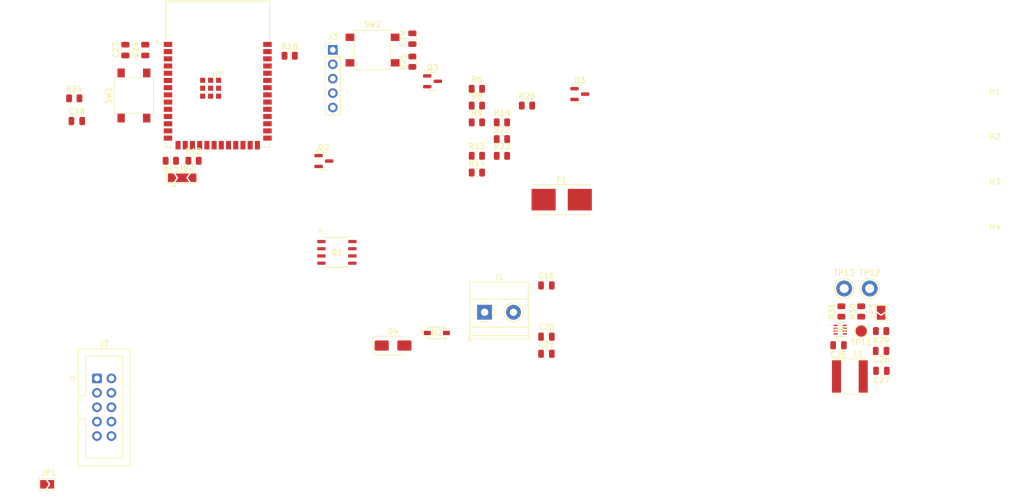
<source format=kicad_pcb>
(kicad_pcb (version 20240108) (generator "pcbnew") (generator_version "8.0")
  (layers (0 "F.Cu" signal) (31 "B.Cu" signal) (34 "B.Paste" user) (35 "F.Paste" user) (36 "B.SilkS" user "B.Silkscreen") (37 "F.SilkS" user "F.Silkscreen") (38 "B.Mask" user) (39 "F.Mask" user) (44 "Edge.Cuts" user))
  (net 0 "")
  (net 1 "GND")
  (net 2 "+BATT")
  (net 3 "/CHIP_PU")
  (net 4 "/GPIO0_STRAPPING")
  (net 5 "+3V3")
  (net 6 "Net-(U6-BST)")
  (net 7 "Net-(U6-SW)")
  (net 8 "Net-(JP3-A)")
  (net 9 "Net-(D2-A)")
  (net 10 "/VBAT_SENSE")
  (net 11 "+5V")
  (net 12 "Net-(F1-Pad2)")
  (net 13 "Net-(J1-Pin_2)")
  (net 14 "/RX")
  (net 15 "/RTS")
  (net 16 "/TX")
  (net 17 "/DTR")
  (net 18 "/MTMS")
  (net 19 "/MTCK")
  (net 20 "/MTDI")
  (net 21 "/MTDO")
  (net 23 "Net-(J7-VTref)")
  (net 24 "Net-(JP2-C)")
  (net 25 "Net-(Q2-B)")
  (net 26 "Net-(Q2-C)")
  (net 27 "Net-(Q3-C)")
  (net 28 "Net-(Q3-B)")
  (net 29 "/GPIO46_STRAPPING")
  (net 30 "/GPIO3_STRAPPING")
  (net 31 "Net-(U6-EN)")
  (net 32 "Net-(U6-RT)")
  (net 33 "Net-(U6-PG)")
  (net 34 "Net-(U6-FB)")
  (net 35 "/CAMERA_SCL")
  (net 36 "/M1_FAULT")
  (net 37 "/M2_DIR")
  (net 38 "/D-")
  (net 39 "/M1_EN")
  (net 40 "/M1_PWM")
  (net 41 "/CAMERA_MISO")
  (net 42 "/I_M_1")
  (net 43 "/GPIO16")
  (net 44 "/D+")
  (net 45 "/M2_PWM")
  (net 46 "/M2_FAULT")
  (net 47 "/CAMERA_MOSI")
  (net 48 "/GPIO18")
  (net 49 "/M2_EN")
  (net 50 "/GPIO17")
  (net 51 "/GPIO6")
  (net 52 "/GPIO5")
  (net 53 "/CAMERA_CS")
  (net 54 "/M1_DIR")
  (net 55 "/I_M_2")
  (net 56 "/CAMERA_SCK")
  (net 57 "/GPIO15")
  (net 58 "/GPIO45_STRAPPING")
  (net 59 "/CAMERA_SDA")
  (net 60 "/GPIO7")
  (footprint "Package_TO_SOT_SMD:SOT-23" (layer "F.Cu") (at 133.48 85.755)
    (property "Reference" "D3" (at 0 -2.4 0) (layer "F.SilkS"))
    (property "Value" "BAT54S")
    (fp_line (start 0 -1.56) (end -0.65 -1.56) (stroke (width 0.12)) (layer "F.SilkS"))
    (fp_line (start 0 -1.56) (end 0.65 -1.56) (stroke (width 0.12)) (layer "F.SilkS"))
    (fp_line (start 0 1.56) (end -0.65 1.56) (stroke (width 0.12)) (layer "F.SilkS"))
    (fp_line (start 0 1.56) (end 0.65 1.56) (stroke (width 0.12)) (layer "F.SilkS"))
    (fp_poly (pts (xy -1.1625 -1.51) (xy -1.4025 -1.84) (xy -0.9225 -1.84) (xy -1.1625 -1.51)) (stroke (width 0.12)) (fill solid) (layer "F.SilkS"))
    (pad "1" smd roundrect (at -0.9375 -0.95) (size 1.475 0.6) (layers "F.Cu" "F.Paste" "F.Mask") (net 1 "GND"))
    (pad "2" smd roundrect (at -0.9375 0.95) (size 1.475 0.6) (layers "F.Cu" "F.Paste" "F.Mask") (net 5 "+3V3"))
    (pad "3" smd roundrect (at 0.9375 0) (size 1.475 0.6) (layers "F.Cu" "F.Paste" "F.Mask") (net 10 "/VBAT_SENSE"))
  )
  (footprint "Jumper:SolderJumper-3_P2.0mm_Open_TrianglePad1.0x1.5mm" (layer "F.Cu") (at 63.5 100.5)
    (property "Reference" "JP2" (at 0.725 -1.775 0) (layer "F.SilkS"))
    (property "Value" "SolderJumper_3_Open")
    (fp_line (start -2.75 -1) (end 2.75 -1) (stroke (width 0.12)) (layer "F.SilkS"))
    (fp_line (start -2.75 0.95) (end -2.75 -1) (stroke (width 0.12)) (layer "F.SilkS"))
    (fp_line (start -1.7 1.5) (end -1.1 1.5) (stroke (width 0.12)) (layer "F.SilkS"))
    (fp_line (start -1.4 1.2) (end -1.7 1.5) (stroke (width 0.12)) (layer "F.SilkS"))
    (fp_line (start -1.1 1.5) (end -1.4 1.2) (stroke (width 0.12)) (layer "F.SilkS"))
    (fp_line (start 2.75 -1) (end 2.75 0.95) (stroke (width 0.12)) (layer "F.SilkS"))
    (fp_line (start 2.75 0.95) (end -2.75 0.95) (stroke (width 0.12)) (layer "F.SilkS"))
    (pad "1" smd custom (at -2 0) (size 0.3 0.3) (layers "F.Cu" "F.Mask") (net 1 "GND") (options (clearance outline) (anchor rect)) (primitives (gr_poly (pts (xy 1 0) (xy 0.5 0.75) (xy -0.5 0.75) (xy -0.5 -0.75) (xy 0.5 -0.75)) (width 0) (fill yes))))
    (pad "2" smd custom (at 0 0) (size 0.3 0.3) (layers "F.Cu") (net 24 "Net-(JP2-C)") (options (clearance outline) (anchor rect)) (primitives (gr_poly (pts (xy 0.7 0) (xy 1.2 0.75) (xy -1.2 0.75) (xy -0.7 0) (xy -1.2 -0.75) (xy 1.2 -0.75)) (width 0) (fill yes))))
    (pad "3" smd custom (at 2 0 180) (size 0.3 0.3) (layers "F.Cu" "F.Mask") (net 5 "+3V3") (options (clearance outline) (anchor rect)) (primitives (gr_poly (pts (xy 1 0) (xy 0.5 0.75) (xy -0.5 0.75) (xy -0.5 -0.75) (xy 0.5 -0.75)) (width 0) (fill yes))))
  )
  (footprint "Inductor_SMD:L_Taiyo-Yuden_NR-60xx" (layer "F.Cu") (at 181 135.5)
    (property "Reference" "L1" (at 1.5 -4 0) (layer "F.SilkS"))
    (property "Value" "4.7u")
    (fp_line (start -3.15 -3.1) (end 3.15 -3.1) (stroke (width 0.12)) (layer "F.SilkS"))
    (fp_line (start -3.15 3.1) (end 3.15 3.1) (stroke (width 0.12)) (layer "F.SilkS"))
    (pad "1" smd rect (at -2.35 0) (size 1.6 5.7) (layers "F.Cu" "F.Paste" "F.Mask") (net 7 "Net-(U6-SW)"))
    (pad "2" smd rect (at 2.35 0) (size 1.6 5.7) (layers "F.Cu" "F.Paste" "F.Mask") (net 8 "Net-(JP3-A)"))
  )
  (footprint "Connector_PinHeader_2.54mm:PinHeader_1x05_P2.54mm_Vertical" (layer "F.Cu") (at 90 77.96)
    (property "Reference" "J3" (at 0 -2.33 360) (layer "F.SilkS"))
    (property "Value" "Conn_01x05_Female")
    (fp_line (start -1.33 -1.33) (end 0 -1.33) (stroke (width 0.12)) (layer "F.SilkS"))
    (fp_line (start -1.33 0) (end -1.33 -1.33) (stroke (width 0.12)) (layer "F.SilkS"))
    (fp_line (start -1.33 1.27) (end -1.33 11.49) (stroke (width 0.12)) (layer "F.SilkS"))
    (fp_line (start -1.33 1.27) (end 1.33 1.27) (stroke (width 0.12)) (layer "F.SilkS"))
    (fp_line (start -1.33 11.49) (end 1.33 11.49) (stroke (width 0.12)) (layer "F.SilkS"))
    (fp_line (start 1.33 1.27) (end 1.33 11.49) (stroke (width 0.12)) (layer "F.SilkS"))
    (pad "1" thru_hole rect (at 0 0) (size 1.7 1.7) (drill 1) (layers "*.Cu" "*.Mask") (net 15 "/RTS"))
    (pad "2" thru_hole oval (at 0 2.54) (size 1.7 1.7) (drill 1) (layers "*.Cu" "*.Mask") (net 17 "/DTR"))
    (pad "3" thru_hole oval (at 0 5.08) (size 1.7 1.7) (drill 1) (layers "*.Cu" "*.Mask") (net 16 "/TX"))
    (pad "4" thru_hole oval (at 0 7.62) (size 1.7 1.7) (drill 1) (layers "*.Cu" "*.Mask") (net 14 "/RX"))
    (pad "5" thru_hole oval (at 0 10.16) (size 1.7 1.7) (drill 1) (layers "*.Cu" "*.Mask") (net 1 "GND"))
  )
  (footprint "Capacitor_SMD:C_0805_2012Metric" (layer "F.Cu") (at 57 78 90)
    (property "Reference" "C24" (at 0 -1.68 -90) (layer "F.SilkS"))
    (property "Value" "100n")
    (fp_line (start -0.261252 -0.735) (end 0.261252 -0.735) (stroke (width 0.12)) (layer "F.SilkS"))
    (fp_line (start -0.261252 0.735) (end 0.261252 0.735) (stroke (width 0.12)) (layer "F.SilkS"))
    (pad "1" smd roundrect (at -0.95 0 90) (size 1 1.45) (layers "F.Cu" "F.Paste" "F.Mask") (net 5 "+3V3"))
    (pad "2" smd roundrect (at 0.95 0 90) (size 1 1.45) (layers "F.Cu" "F.Paste" "F.Mask") (net 1 "GND"))
  )
  (footprint "Resistor_SMD:R_0805_2012Metric" (layer "F.Cu") (at 104 80.05 90)
    (property "Reference" "R25" (at 0 -1.65 -90) (layer "F.SilkS"))
    (property "Value" "100k")
    (fp_line (start -0.227064 -0.735) (end 0.227064 -0.735) (stroke (width 0.12)) (layer "F.SilkS"))
    (fp_line (start -0.227064 0.735) (end 0.227064 0.735) (stroke (width 0.12)) (layer "F.SilkS"))
    (pad "1" smd roundrect (at -0.9125 0 90) (size 1.025 1.4) (layers "F.Cu" "F.Paste" "F.Mask") (roundrect_rratio 0.243902) (net 5 "+3V3"))
    (pad "2" smd roundrect (at 0.9125 0 90) (size 1.025 1.4) (layers "F.Cu" "F.Paste" "F.Mask") (roundrect_rratio 0.243902) (net 4 "/GPIO0_STRAPPING"))
  )
  (footprint "Package_TO_SOT_SMD:SOT-23" (layer "F.Cu") (at 107.5625 83.5)
    (property "Reference" "Q3" (at 0 -2.4 0) (layer "F.SilkS"))
    (property "Value" "SS8050-G")
    (fp_line (start 0 -1.56) (end -0.65 -1.56) (stroke (width 0.12)) (layer "F.SilkS"))
    (fp_line (start 0 -1.56) (end 0.65 -1.56) (stroke (width 0.12)) (layer "F.SilkS"))
    (fp_line (start 0 1.56) (end -0.65 1.56) (stroke (width 0.12)) (layer "F.SilkS"))
    (fp_line (start 0 1.56) (end 0.65 1.56) (stroke (width 0.12)) (layer "F.SilkS"))
    (fp_poly (pts (xy -1.1625 -1.51) (xy -1.4025 -1.84) (xy -0.9225 -1.84) (xy -1.1625 -1.51)) (stroke (width 0.12)) (fill solid) (layer "F.SilkS"))
    (pad "1" smd roundrect (at -0.9375 -0.95) (size 1.475 0.6) (layers "F.Cu" "F.Paste" "F.Mask") (net 28 "Net-(Q3-B)"))
    (pad "2" smd roundrect (at -0.9375 0.95) (size 1.475 0.6) (layers "F.Cu" "F.Paste" "F.Mask") (net 17 "/DTR"))
    (pad "3" smd roundrect (at 0.9375 0) (size 1.475 0.6) (layers "F.Cu" "F.Paste" "F.Mask") (net 27 "Net-(Q3-C)"))
  )
  (footprint "Capacitor_SMD:C_0805_2012Metric" (layer "F.Cu") (at 127.6 131.5)
    (property "Reference" "C21" (at 0 -1.68 0) (layer "F.SilkS"))
    (property "Value" "100n")
    (fp_line (start -0.261252 -0.735) (end 0.261252 -0.735) (stroke (width 0.12)) (layer "F.SilkS"))
    (fp_line (start -0.261252 0.735) (end 0.261252 0.735) (stroke (width 0.12)) (layer "F.SilkS"))
    (pad "1" smd roundrect (at -0.95 0) (size 1 1.45) (layers "F.Cu" "F.Paste" "F.Mask") (net 2 "+BATT"))
    (pad "2" smd roundrect (at 0.95 0) (size 1 1.45) (layers "F.Cu" "F.Paste" "F.Mask") (net 1 "GND"))
  )
  (footprint "TerminalBlock_Phoenix:TerminalBlock_Phoenix_MKDS-1,5-2-5.08_1x02_P5.08mm_Horizontal" (layer "F.Cu") (at 116.72 124.19)
    (property "Reference" "J1" (at 2.54 -6.26 0) (layer "F.SilkS"))
    (property "Value" "Screw_Terminal_01x02")
    (fp_line (start -2.84 4.16) (end -2.84 4.9) (stroke (width 0.12)) (layer "F.SilkS"))
    (fp_line (start -2.84 4.9) (end -2.34 4.9) (stroke (width 0.12)) (layer "F.SilkS"))
    (fp_line (start -2.6 -5.261) (end -2.6 4.66) (stroke (width 0.12)) (layer "F.SilkS"))
    (fp_line (start -2.6 -5.261) (end 7.68 -5.261) (stroke (width 0.12)) (layer "F.SilkS"))
    (fp_line (start -2.6 -2.301) (end 7.68 -2.301) (stroke (width 0.12)) (layer "F.SilkS"))
    (fp_line (start -2.6 2.6) (end 7.68 2.6) (stroke (width 0.12)) (layer "F.SilkS"))
    (fp_line (start -2.6 4.1) (end 7.68 4.1) (stroke (width 0.12)) (layer "F.SilkS"))
    (fp_line (start -2.6 4.66) (end 7.68 4.66) (stroke (width 0.12)) (layer "F.SilkS"))
    (fp_line (start 3.853 1.023) (end 3.806 1.069) (stroke (width 0.12)) (layer "F.SilkS"))
    (fp_line (start 4.046 1.239) (end 4.011 1.274) (stroke (width 0.12)) (layer "F.SilkS"))
    (fp_line (start 6.15 -1.275) (end 6.115 -1.239) (stroke (width 0.12)) (layer "F.SilkS"))
    (fp_line (start 6.355 -1.069) (end 6.308 -1.023) (stroke (width 0.12)) (layer "F.SilkS"))
    (fp_line (start 7.68 -5.261) (end 7.68 4.66) (stroke (width 0.12)) (layer "F.SilkS"))
    (fp_arc (start -1.535427 0.683042) (mid -1.680501 -0.000524) (end -1.535 -0.684) (stroke (width 0.12)) (layer "F.SilkS"))
    (fp_arc (start -0.683042 -1.535427) (mid 0.000524 -1.680501) (end 0.684 -1.535) (stroke (width 0.12)) (layer "F.SilkS"))
    (fp_arc (start 0.028805 1.680253) (mid -0.335551 1.646659) (end -0.684 1.535) (stroke (width 0.12)) (layer "F.SilkS"))
    (fp_arc (start 0.683318 1.534756) (mid 0.349292 1.643288) (end 0 1.68) (stroke (width 0.12)) (layer "F.SilkS"))
    (fp_arc (start 1.535427 -0.683042) (mid 1.680501 0.000524) (end 1.535 0.684) (stroke (width 0.12)) (layer "F.SilkS"))
    (fp_circle (center 5.08 0) (end 6.76 0) (stroke (width 0.12)) (fill none) (layer "F.SilkS"))
    (pad "1" thru_hole rect (at 0 0) (size 2.6 2.6) (drill 1.3) (layers "*.Cu" "*.Mask") (net 1 "GND"))
    (pad "2" thru_hole circle (at 5.08 0) (size 2.6 2.6) (drill 1.3) (layers "*.Cu" "*.Mask") (net 13 "Net-(J1-Pin_2)"))
  )
  (footprint "Jumper:SolderJumper-2_P1.3mm_Open_TrianglePad1.0x1.5mm" (layer "F.Cu") (at 186.5 124.275 -90)
    (property "Reference" "JP3" (at -0.225 1.5 90) (layer "F.SilkS"))
    (property "Value" "SolderJumper_2_Open")
    (fp_line (start -1.4 1) (end -1.4 -1) (stroke (width 0.12)) (layer "F.SilkS"))
    (fp_line (start 1.4 1) (end -1.4 1) (stroke (width 0.12)) (layer "F.SilkS"))
    (fp_line (start -1.4 -1) (end 1.4 -1) (stroke (width 0.12)) (layer "F.SilkS"))
    (fp_line (start 1.4 -1) (end 1.4 1) (stroke (width 0.12)) (layer "F.SilkS"))
    (pad "1" smd custom (at -0.725 0 270) (size 0.3 0.3) (layers "F.Cu" "F.Mask") (net 8 "Net-(JP3-A)") (options (clearance outline) (anchor rect)) (primitives (gr_poly (pts (xy 1 0) (xy 0.5 0.75) (xy -0.5 0.75) (xy -0.5 -0.75) (xy 0.5 -0.75)) (width 0) (fill yes))))
    (pad "2" smd custom (at 0.725 0 270) (size 0.3 0.3) (layers "F.Cu" "F.Mask") (net 5 "+3V3") (options (clearance outline) (anchor rect)) (primitives (gr_poly (pts (xy 0.5 0.75) (xy -0.65 0.75) (xy -0.15 0) (xy -0.65 -0.75) (xy 0.5 -0.75)) (width 0) (fill yes))))
  )
  (footprint "Resistor_SMD:R_0805_2012Metric" (layer "F.Cu") (at 115.36 96.63)
    (property "Reference" "R13" (at 0 -1.65 0) (layer "F.SilkS"))
    (property "Value" "10k")
    (fp_line (start -0.227064 -0.735) (end 0.227064 -0.735) (stroke (width 0.12)) (layer "F.SilkS"))
    (fp_line (start -0.227064 0.735) (end 0.227064 0.735) (stroke (width 0.12)) (layer "F.SilkS"))
    (pad "1" smd roundrect (at -0.9125 0) (size 1.025 1.4) (layers "F.Cu" "F.Paste" "F.Mask") (roundrect_rratio 0.243902) (net 17 "/DTR"))
    (pad "2" smd roundrect (at 0.9125 0) (size 1.025 1.4) (layers "F.Cu" "F.Paste" "F.Mask") (roundrect_rratio 0.243902) (net 25 "Net-(Q2-B)"))
  )
  (footprint "Connector_IDC:IDC-Header_2x05_P2.54mm_Vertical" (layer "F.Cu") (at 48.5 135.84)
    (property "Reference" "J7" (at 1.27 -6.1 0) (layer "F.SilkS"))
    (property "Value" "Conn_ARM_JTAG_SWD_10")
    (fp_line (start -4.68 -0.5) (end -4.68 0.5) (stroke (width 0.12)) (layer "F.SilkS"))
    (fp_line (start -4.68 0.5) (end -3.68 0) (stroke (width 0.12)) (layer "F.SilkS"))
    (fp_line (start -3.68 0) (end -4.68 -0.5) (stroke (width 0.12)) (layer "F.SilkS"))
    (fp_line (start -3.29 -5.21) (end 5.83 -5.21) (stroke (width 0.12)) (layer "F.SilkS"))
    (fp_line (start -3.29 3.03) (end -1.98 3.03) (stroke (width 0.12)) (layer "F.SilkS"))
    (fp_line (start -3.29 15.37) (end -3.29 -5.21) (stroke (width 0.12)) (layer "F.SilkS"))
    (fp_line (start -1.98 -3.91) (end 4.52 -3.91) (stroke (width 0.12)) (layer "F.SilkS"))
    (fp_line (start -1.98 3.03) (end -1.98 -3.91) (stroke (width 0.12)) (layer "F.SilkS"))
    (fp_line (start -1.98 7.13) (end -3.29 7.13) (stroke (width 0.12)) (layer "F.SilkS"))
    (fp_line (start -1.98 7.13) (end -1.98 7.13) (stroke (width 0.12)) (layer "F.SilkS"))
    (fp_line (start -1.98 14.07) (end -1.98 7.13) (stroke (width 0.12)) (layer "F.SilkS"))
    (fp_line (start 4.52 -3.91) (end 4.52 14.07) (stroke (width 0.12)) (layer "F.SilkS"))
    (fp_line (start 4.52 14.07) (end -1.98 14.07) (stroke (width 0.12)) (layer "F.SilkS"))
    (fp_line (start 5.83 -5.21) (end 5.83 15.37) (stroke (width 0.12)) (layer "F.SilkS"))
    (fp_line (start 5.83 15.37) (end -3.29 15.37) (stroke (width 0.12)) (layer "F.SilkS"))
    (pad "1" thru_hole roundrect (at 0 0) (size 1.7 1.7) (drill 1) (layers "*.Cu" "*.Mask") (roundrect_rratio 0.147059) (net 23 "Net-(J7-VTref)"))
    (pad "2" thru_hole circle (at 2.54 0) (size 1.7 1.7) (drill 1) (layers "*.Cu" "*.Mask") (net 18 "/MTMS"))
    (pad "3" thru_hole circle (at 0 2.54) (size 1.7 1.7) (drill 1) (layers "*.Cu" "*.Mask") (net 1 "GND"))
    (pad "4" thru_hole circle (at 2.54 2.54) (size 1.7 1.7) (drill 1) (layers "*.Cu" "*.Mask") (net 19 "/MTCK"))
    (pad "5" thru_hole circle (at 0 5.08) (size 1.7 1.7) (drill 1) (layers "*.Cu" "*.Mask") (net 1 "GND"))
    (pad "6" thru_hole circle (at 2.54 5.08) (size 1.7 1.7) (drill 1) (layers "*.Cu" "*.Mask") (net 21 "/MTDO"))
    (pad "7" thru_hole circle (at 0 7.62) (size 1.7 1.7) (drill 1) (layers "*.Cu" "*.Mask"))
    (pad "8" thru_hole circle (at 2.54 7.62) (size 1.7 1.7) (drill 1) (layers "*.Cu" "*.Mask") (net 20 "/MTDI"))
    (pad "9" thru_hole circle (at 0 10.16) (size 1.7 1.7) (drill 1) (layers "*.Cu" "*.Mask") (net 1 "GND"))
    (pad "10" thru_hole circle (at 2.54 10.16) (size 1.7 1.7) (drill 1) (layers "*.Cu" "*.Mask") (net 3 "/CHIP_PU"))
  )
  (footprint "Button_Switch_SMD:SW_SPST_B3S-1000" (layer "F.Cu") (at 97 78)
    (property "Reference" "SW2" (at 0 -4.5 0) (layer "F.SilkS"))
    (property "Value" "SW_Push")
    (fp_line (start -3.15 -3.45) (end 3.15 -3.45) (stroke (width 0.12)) (layer "F.SilkS"))
    (fp_line (start -3.15 -3.2) (end -3.15 -3.45) (stroke (width 0.12)) (layer "F.SilkS"))
    (fp_line (start -3.15 1.3) (end -3.15 -1.3) (stroke (width 0.12)) (layer "F.SilkS"))
    (fp_line (start -3.15 3.45) (end -3.15 3.2) (stroke (width 0.12)) (layer "F.SilkS"))
    (fp_line (start 3.15 -3.45) (end 3.15 -3.2) (stroke (width 0.12)) (layer "F.SilkS"))
    (fp_line (start 3.15 -1.3) (end 3.15 1.3) (stroke (width 0.12)) (layer "F.SilkS"))
    (fp_line (start 3.15 3.2) (end 3.15 3.45) (stroke (width 0.12)) (layer "F.SilkS"))
    (fp_line (start 3.15 3.45) (end -3.15 3.45) (stroke (width 0.12)) (layer "F.SilkS"))
    (pad "1" smd rect (at -3.975 -2.25) (size 1.55 1.3) (layers "F.Cu" "F.Paste" "F.Mask") (net 1 "GND"))
    (pad "1" smd rect (at 3.975 -2.25) (size 1.55 1.3) (layers "F.Cu" "F.Paste" "F.Mask") (net 1 "GND"))
    (pad "2" smd rect (at -3.975 2.25) (size 1.55 1.3) (layers "F.Cu" "F.Paste" "F.Mask") (net 4 "/GPIO0_STRAPPING"))
    (pad "2" smd rect (at 3.975 2.25) (size 1.55 1.3) (layers "F.Cu" "F.Paste" "F.Mask") (net 4 "/GPIO0_STRAPPING"))
  )
  (footprint "Capacitor_SMD:C_0805_2012Metric" (layer "F.Cu") (at 53.5 78 90)
    (property "Reference" "C23" (at 0 -1.68 -90) (layer "F.SilkS"))
    (property "Value" "10u")
    (fp_line (start -0.261252 -0.735) (end 0.261252 -0.735) (stroke (width 0.12)) (layer "F.SilkS"))
    (fp_line (start -0.261252 0.735) (end 0.261252 0.735) (stroke (width 0.12)) (layer "F.SilkS"))
    (pad "1" smd roundrect (at -0.95 0 90) (size 1 1.45) (layers "F.Cu" "F.Paste" "F.Mask") (net 5 "+3V3"))
    (pad "2" smd roundrect (at 0.95 0 90) (size 1 1.45) (layers "F.Cu" "F.Paste" "F.Mask") (net 1 "GND"))
  )
  (footprint "Resistor_SMD:R_0805_2012Metric" (layer "F.Cu") (at 115.36 84.83)
    (property "Reference" "R6" (at 0 -1.65 0) (layer "F.SilkS"))
    (property "Value" "100k")
    (fp_line (start -0.227064 -0.735) (end 0.227064 -0.735) (stroke (width 0.12)) (layer "F.SilkS"))
    (fp_line (start -0.227064 0.735) (end 0.227064 0.735) (stroke (width 0.12)) (layer "F.SilkS"))
    (pad "1" smd roundrect (at -0.9125 0) (size 1.025 1.4) (layers "F.Cu" "F.Paste" "F.Mask") (roundrect_rratio 0.243902) (net 9 "Net-(D2-A)"))
    (pad "2" smd roundrect (at 0.9125 0) (size 1.025 1.4) (layers "F.Cu" "F.Paste" "F.Mask") (roundrect_rratio 0.243902) (net 1 "GND"))
  )
  (footprint "Capacitor_SMD:C_0805_2012Metric" (layer "F.Cu") (at 127.6 119.46)
    (property "Reference" "C16" (at 0 -1.68 0) (layer "F.SilkS"))
    (property "Value" "10u")
    (fp_line (start -0.261252 -0.735) (end 0.261252 -0.735) (stroke (width 0.12)) (layer "F.SilkS"))
    (fp_line (start -0.261252 0.735) (end 0.261252 0.735) (stroke (width 0.12)) (layer "F.SilkS"))
    (pad "1" smd roundrect (at -0.95 0) (size 1 1.45) (layers "F.Cu" "F.Paste" "F.Mask") (net 2 "+BATT"))
    (pad "2" smd roundrect (at 0.95 0) (size 1 1.45) (layers "F.Cu" "F.Paste" "F.Mask") (net 1 "GND"))
  )
  (footprint "local_footprints:SOD-123_ONS" (layer "F.Cu") (at 108.3212 127.8369)
    (property "Reference" "D2" (at 0 0 0) (layer "F.SilkS"))
    (property "Value" "D_Zener")
    (fp_line (start -1.5494 -1.0287) (end -1.5494 -0.71374) (stroke (width 0.1524)) (layer "F.SilkS"))
    (fp_line (start -1.5494 0.71374) (end -1.5494 1.0287) (stroke (width 0.1524)) (layer "F.SilkS"))
    (fp_line (start -1.5494 1.0287) (end 1.5494 1.0287) (stroke (width 0.1524)) (layer "F.SilkS"))
    (fp_line (start 1.5494 -1.0287) (end -1.5494 -1.0287) (stroke (width 0.1524)) (layer "F.SilkS"))
    (fp_line (start 1.5494 -0.71374) (end 1.5494 -1.0287) (stroke (width 0.1524)) (layer "F.SilkS"))
    (fp_line (start 1.5494 1.0287) (end 1.5494 0.71374) (stroke (width 0.1524)) (layer "F.SilkS"))
    (fp_text user "*" (at -2.667 0 0) (layer "F.SilkS"))
    (fp_text user "*" (at -2.667 0 0) (layer "F.SilkS"))
    (pad "1" smd rect (at -1.6764 0) (size 1.2192 0.762) (layers "F.Cu" "F.Paste" "F.Mask") (net 2 "+BATT"))
    (pad "2" smd rect (at 1.6764 0) (size 1.2192 0.762) (layers "F.Cu" "F.Paste" "F.Mask") (net 9 "Net-(D2-A)"))
  )
  (footprint "Capacitor_SMD:C_0805_2012Metric" (layer "F.Cu") (at 44.95 90.5)
    (property "Reference" "C18" (at 0 -1.68 0) (layer "F.SilkS"))
    (property "Value" "1u")
    (fp_line (start -0.261252 -0.735) (end 0.261252 -0.735) (stroke (width 0.12)) (layer "F.SilkS"))
    (fp_line (start -0.261252 0.735) (end 0.261252 0.735) (stroke (width 0.12)) (layer "F.SilkS"))
    (pad "1" smd roundrect (at -0.95 0) (size 1 1.45) (layers "F.Cu" "F.Paste" "F.Mask") (net 3 "/CHIP_PU"))
    (pad "2" smd roundrect (at 0.95 0) (size 1 1.45) (layers "F.Cu" "F.Paste" "F.Mask") (net 1 "GND"))
  )
  (footprint "Resistor_SMD:R_0805_2012Metric" (layer "F.Cu") (at 124.18 87.78)
    (property "Reference" "R26" (at 0 -1.65 0) (layer "F.SilkS"))
    (property "Value" "DNP")
    (fp_line (start -0.227064 -0.735) (end 0.227064 -0.735) (stroke (width 0.12)) (layer "F.SilkS"))
    (fp_line (start -0.227064 0.735) (end 0.227064 0.735) (stroke (width 0.12)) (layer "F.SilkS"))
    (pad "1" smd roundrect (at -0.9125 0) (size 1.025 1.4) (layers "F.Cu" "F.Paste" "F.Mask") (roundrect_rratio 0.243902) (net 1 "GND"))
    (pad "2" smd roundrect (at 0.9125 0) (size 1.025 1.4) (layers "F.Cu" "F.Paste" "F.Mask") (roundrect_rratio 0.243902) (net 32 "Net-(U6-RT)"))
  )
  (footprint "Diode_SMD:D_SMA" (layer "F.Cu") (at 100.605 130.05)
    (property "Reference" "D4" (at 0 -2.5 0) (layer "F.SilkS"))
    (property "Value" "D_Schottky")
    (fp_line (start -3.51 -1.65) (end -3.51 1.65) (stroke (width 0.12)) (layer "F.SilkS"))
    (fp_line (start -3.51 -1.65) (end 2 -1.65) (stroke (width 0.12)) (layer "F.SilkS"))
    (fp_line (start -3.51 1.65) (end 2 1.65) (stroke (width 0.12)) (layer "F.SilkS"))
    (pad "1" smd roundrect (at -2 0) (size 2.5 1.8) (layers "F.Cu" "F.Paste" "F.Mask") (roundrect_rratio 0.1388888889) (net 2 "+BATT"))
    (pad "2" smd roundrect (at 2 0) (size 2.5 1.8) (layers "F.Cu" "F.Paste" "F.Mask") (roundrect_rratio 0.1388888889) (net 11 "+5V"))
  )
  (footprint "Resistor_SMD:R_0805_2012Metric" (layer "F.Cu") (at 119.77 96.63)
    (property "Reference" "R23" (at 0 -1.65 0) (layer "F.SilkS"))
    (property "Value" "DNP")
    (fp_line (start -0.227064 -0.735) (end 0.227064 -0.735) (stroke (width 0.12)) (layer "F.SilkS"))
    (fp_line (start -0.227064 0.735) (end 0.227064 0.735) (stroke (width 0.12)) (layer "F.SilkS"))
    (pad "1" smd roundrect (at -0.9125 0) (size 1.025 1.4) (layers "F.Cu" "F.Paste" "F.Mask") (roundrect_rratio 0.243902) (net 31 "Net-(U6-EN)"))
    (pad "2" smd roundrect (at 0.9125 0) (size 1.025 1.4) (layers "F.Cu" "F.Paste" "F.Mask") (roundrect_rratio 0.243902) (net 1 "GND"))
  )
  (footprint "Resistor_SMD:R_0805_2012Metric" (layer "F.Cu") (at 115.36 99.58)
    (property "Reference" "R14" (at 0 -1.65 0) (layer "F.SilkS"))
    (property "Value" "10k")
    (fp_line (start -0.227064 -0.735) (end 0.227064 -0.735) (stroke (width 0.12)) (layer "F.SilkS"))
    (fp_line (start -0.227064 0.735) (end 0.227064 0.735) (stroke (width 0.12)) (layer "F.SilkS"))
    (pad "1" smd roundrect (at -0.9125 0) (size 1.025 1.4) (layers "F.Cu" "F.Paste" "F.Mask") (roundrect_rratio 0.243902) (net 15 "/RTS"))
    (pad "2" smd roundrect (at 0.9125 0) (size 1.025 1.4) (layers "F.Cu" "F.Paste" "F.Mask") (roundrect_rratio 0.243902) (net 28 "Net-(Q3-B)"))
  )
  (footprint "Resistor_SMD:R_0805_2012Metric" (layer "F.Cu") (at 115.36 90.73)
    (property "Reference" "R9" (at 0 -1.65 0) (layer "F.SilkS"))
    (property "Value" "10k")
    (fp_line (start -0.227064 -0.735) (end 0.227064 -0.735) (stroke (width 0.12)) (layer "F.SilkS"))
    (fp_line (start -0.227064 0.735) (end 0.227064 0.735) (stroke (width 0.12)) (layer "F.SilkS"))
    (pad "1" smd roundrect (at -0.9125 0) (size 1.025 1.4) (layers "F.Cu" "F.Paste" "F.Mask") (roundrect_rratio 0.243902) (net 10 "/VBAT_SENSE"))
    (pad "2" smd roundrect (at 0.9125 0) (size 1.025 1.4) (layers "F.Cu" "F.Paste" "F.Mask") (roundrect_rratio 0.243902) (net 1 "GND"))
  )
  (footprint "Capacitor_SMD:C_0805_2012Metric" (layer "F.Cu") (at 179 130 180)
    (property "Reference" "C25" (at 0 -1.68 180) (layer "F.SilkS"))
    (property "Value" "100n")
    (fp_line (start -0.261252 0.735) (end 0.261252 0.735) (stroke (width 0.12)) (layer "F.SilkS"))
    (fp_line (start -0.261252 -0.735) (end 0.261252 -0.735) (stroke (width 0.12)) (layer "F.SilkS"))
    (pad "1" smd roundrect (at -0.95 0 180) (size 1 1.45) (layers "F.Cu" "F.Paste" "F.Mask") (net 6 "Net-(U6-BST)"))
    (pad "2" smd roundrect (at 0.95 0 180) (size 1 1.45) (layers "F.Cu" "F.Paste" "F.Mask") (net 7 "Net-(U6-SW)"))
  )
  (footprint "Button_Switch_SMD:SW_SPST_B3S-1000" (layer "F.Cu") (at 55 86 90)
    (property "Reference" "SW1" (at 0 -4.5 -90) (layer "F.SilkS"))
    (property "Value" "SW_Push")
    (fp_line (start 3.15 -3.45) (end 3.15 -3.2) (stroke (width 0.12)) (layer "F.SilkS"))
    (fp_line (start -3.15 -3.45) (end 3.15 -3.45) (stroke (width 0.12)) (layer "F.SilkS"))
    (fp_line (start -3.15 -3.2) (end -3.15 -3.45) (stroke (width 0.12)) (layer "F.SilkS"))
    (fp_line (start 3.15 -1.3) (end 3.15 1.3) (stroke (width 0.12)) (layer "F.SilkS"))
    (fp_line (start -3.15 1.3) (end -3.15 -1.3) (stroke (width 0.12)) (layer "F.SilkS"))
    (fp_line (start 3.15 3.2) (end 3.15 3.45) (stroke (width 0.12)) (layer "F.SilkS"))
    (fp_line (start 3.15 3.45) (end -3.15 3.45) (stroke (width 0.12)) (layer "F.SilkS"))
    (fp_line (start -3.15 3.45) (end -3.15 3.2) (stroke (width 0.12)) (layer "F.SilkS"))
    (pad "1" smd rect (at -3.975 -2.25 90) (size 1.55 1.3) (layers "F.Cu" "F.Paste" "F.Mask") (net 1 "GND"))
    (pad "1" smd rect (at 3.975 -2.25 90) (size 1.55 1.3) (layers "F.Cu" "F.Paste" "F.Mask") (net 1 "GND"))
    (pad "2" smd rect (at -3.975 2.25 90) (size 1.55 1.3) (layers "F.Cu" "F.Paste" "F.Mask") (net 3 "/CHIP_PU"))
    (pad "2" smd rect (at 3.975 2.25 90) (size 1.55 1.3) (layers "F.Cu" "F.Paste" "F.Mask") (net 3 "/CHIP_PU"))
  )
  (footprint "Resistor_SMD:R_0805_2012Metric" (layer "F.Cu") (at 119.77 90.73)
    (property "Reference" "R19" (at 0 -1.65 0) (layer "F.SilkS"))
    (property "Value" "10k")
    (fp_line (start -0.227064 -0.735) (end 0.227064 -0.735) (stroke (width 0.12)) (layer "F.SilkS"))
    (fp_line (start -0.227064 0.735) (end 0.227064 0.735) (stroke (width 0.12)) (layer "F.SilkS"))
    (pad "1" smd roundrect (at -0.9125 0) (size 1.025 1.4) (layers "F.Cu" "F.Paste" "F.Mask") (roundrect_rratio 0.243902) (net 27 "Net-(Q3-C)"))
    (pad "2" smd roundrect (at 0.9125 0) (size 1.025 1.4) (layers "F.Cu" "F.Paste" "F.Mask") (roundrect_rratio 0.243902) (net 4 "/GPIO0_STRAPPING"))
  )
  (footprint "Capacitor_SMD:C_0805_2012Metric" (layer "F.Cu") (at 186.5 131)
    (property "Reference" "C26" (at 0.05 1.5 360) (layer "F.SilkS"))
    (property "Value" "33u")
    (fp_line (start -0.261252 -0.735) (end 0.261252 -0.735) (stroke (width 0.12)) (layer "F.SilkS"))
    (fp_line (start -0.261252 0.735) (end 0.261252 0.735) (stroke (width 0.12)) (layer "F.SilkS"))
    (pad "1" smd roundrect (at -0.95 0) (size 1 1.45) (layers "F.Cu" "F.Paste" "F.Mask") (net 8 "Net-(JP3-A)"))
    (pad "2" smd roundrect (at 0.95 0) (size 1 1.45) (layers "F.Cu" "F.Paste" "F.Mask") (net 1 "GND"))
  )
  (footprint "TestPoint:TestPoint_Keystone_5010-5014_Multipurpose" (layer "F.Cu") (at 180 120)
    (property "Reference" "TP13" (at 0 -2.75 0) (layer "F.SilkS"))
    (property "Value" "TestPoint")
    (fp_circle (center 0 0) (end 1.75 0) (stroke (width 0.15)) (fill none) (layer "F.SilkS"))
    (pad "1" thru_hole circle (at 0 0) (size 2.8 2.8) (drill 1.6) (layers "*.Cu" "*.Mask") (net 1 "GND"))
  )
  (footprint "local_footprints:ESP32-S3-WROOM-1_EXP" (layer "F.Cu") (at 69.75 82.26)
    (property "Reference" "U7" (at 0 0 0) (layer "F.SilkS"))
    (property "Value" "ESP32-S3-WROOM-1-N16R2")
    (fp_line (start -9.1313 -12.8778) (end 9.1313 -12.8778) (stroke (width 0.1524)) (layer "F.SilkS"))
    (fp_line (start -9.1313 -6.03724) (end -9.1313 -12.8778) (stroke (width 0.1524)) (layer "F.SilkS"))
    (fp_line (start -9.1313 12.8778) (end -9.1313 12.02724) (stroke (width 0.1524)) (layer "F.SilkS"))
    (fp_line (start -7.76224 12.8778) (end -9.1313 12.8778) (stroke (width 0.1524)) (layer "F.SilkS"))
    (fp_line (start 9.1313 -12.8778) (end 9.1313 -6.03724) (stroke (width 0.1524)) (layer "F.SilkS"))
    (fp_line (start 9.1313 12.02724) (end 9.1313 12.8778) (stroke (width 0.1524)) (layer "F.SilkS"))
    (fp_line (start 9.1313 12.8778) (end 7.76224 12.8778) (stroke (width 0.1524)) (layer "F.SilkS"))
    (fp_text user "*" (at -10.6343 -5.31 0) (layer "F.SilkS"))
    (fp_text user "*" (at -10.6343 -5.31 0) (layer "F.SilkS"))
    (pad "1" smd rect (at -8.75 -5.26) (size 1.4986 0.889) (layers "F.Cu" "F.Paste" "F.Mask") (net 1 "GND"))
    (pad "2" smd rect (at -8.75 -3.99) (size 1.4986 0.889) (layers "F.Cu" "F.Paste" "F.Mask") (net 5 "+3V3"))
    (pad "3" smd rect (at -8.75 -2.72) (size 1.4986 0.889) (layers "F.Cu" "F.Paste" "F.Mask") (net 3 "/CHIP_PU"))
    (pad "4" smd rect (at -8.75 -1.45) (size 1.4986 0.889) (layers "F.Cu" "F.Paste" "F.Mask") (net 10 "/VBAT_SENSE"))
    (pad "5" smd rect (at -8.75 -0.18) (size 1.4986 0.889) (layers "F.Cu" "F.Paste" "F.Mask") (net 52 "/GPIO5"))
    (pad "6" smd rect (at -8.75 1.09) (size 1.4986 0.889) (layers "F.Cu" "F.Paste" "F.Mask") (net 51 "/GPIO6"))
    (pad "7" smd rect (at -8.75 2.36) (size 1.4986 0.889) (layers "F.Cu" "F.Paste" "F.Mask") (net 60 "/GPIO7"))
    (pad "8" smd rect (at -8.75 3.63) (size 1.4986 0.889) (layers "F.Cu" "F.Paste" "F.Mask") (net 57 "/GPIO15"))
    (pad "9" smd rect (at -8.75 4.9) (size 1.4986 0.889) (layers "F.Cu" "F.Paste" "F.Mask") (net 43 "/GPIO16"))
    (pad "10" smd rect (at -8.75 6.17) (size 1.4986 0.889) (layers "F.Cu" "F.Paste" "F.Mask") (net 50 "/GPIO17"))
    (pad "11" smd rect (at -8.75 7.44) (size 1.4986 0.889) (layers "F.Cu" "F.Paste" "F.Mask") (net 48 "/GPIO18"))
    (pad "12" smd rect (at -8.75 8.71) (size 1.4986 0.889) (layers "F.Cu" "F.Paste" "F.Mask") (net 36 "/M1_FAULT"))
    (pad "13" smd rect (at -8.75 9.98) (size 1.4986 0.889) (layers "F.Cu" "F.Paste" "F.Mask") (net 38 "/D-"))
    (pad "14" smd rect (at -8.75 11.25) (size 1.4986 0.889) (layers "F.Cu" "F.Paste" "F.Mask") (net 44 "/D+"))
    (pad "15" smd rect (at -6.985 12.5 90) (size 1.4986 0.889) (layers "F.Cu" "F.Paste" "F.Mask") (net 30 "/GPIO3_STRAPPING"))
    (pad "16" smd rect (at -5.715 12.5 90) (size 1.4986 0.889) (layers "F.Cu" "F.Paste" "F.Mask") (net 29 "/GPIO46_STRAPPING"))
    (pad "17" smd rect (at -4.445 12.5 90) (size 1.4986 0.889) (layers "F.Cu" "F.Paste" "F.Mask") (net 39 "/M1_EN"))
    (pad "18" smd rect (at -3.175 12.5 90) (size 1.4986 0.889) (layers "F.Cu" "F.Paste" "F.Mask") (net 40 "/M1_PWM"))
    (pad "19" smd rect (at -1.905 12.5 90) (size 1.4986 0.889) (layers "F.Cu" "F.Paste" "F.Mask") (net 54 "/M1_DIR"))
    (pad "20" smd rect (at -0.635 12.5 90) (size 1.4986 0.889) (layers "F.Cu" "F.Paste" "F.Mask") (net 46 "/M2_FAULT"))
    (pad "21" smd rect (at 0.635 12.5 90) (size 1.4986 0.889) (layers "F.Cu" "F.Paste" "F.Mask") (net 49 "/M2_EN"))
    (pad "22" smd rect (at 1.905 12.5 90) (size 1.4986 0.889) (layers "F.Cu" "F.Paste" "F.Mask") (net 45 "/M2_PWM"))
    (pad "23" smd rect (at 3.175 12.5 90) (size 1.4986 0.889) (layers "F.Cu" "F.Paste" "F.Mask") (net 37 "/M2_DIR"))
    (pad "24" smd rect (at 4.445 12.5 90) (size 1.4986 0.889) (layers "F.Cu" "F.Paste" "F.Mask") (net 53 "/CAMERA_CS"))
    (pad "25" smd rect (at 5.715 12.5 90) (size 1.4986 0.889) (layers "F.Cu" "F.Paste" "F.Mask") (net 47 "/CAMERA_MOSI"))
    (pad "26" smd rect (at 6.985 12.5 90) (size 1.4986 0.889) (layers "F.Cu" "F.Paste" "F.Mask") (net 58 "/GPIO45_STRAPPING"))
    (pad "27" smd rect (at 8.75 11.25) (size 1.4986 0.889) (layers "F.Cu" "F.Paste" "F.Mask") (net 4 "/GPIO0_STRAPPING"))
    (pad "28" smd rect (at 8.75 9.98) (size 1.4986 0.889) (layers "F.Cu" "F.Paste" "F.Mask") (net 41 "/CAMERA_MISO"))
    (pad "29" smd rect (at 8.75 8.71) (size 1.4986 0.889) (layers "F.Cu" "F.Paste" "F.Mask") (net 56 "/CAMERA_SCK"))
    (pad "30" smd rect (at 8.75 7.44) (size 1.4986 0.889) (layers "F.Cu" "F.Paste" "F.Mask") (net 59 "/CAMERA_SDA"))
    (pad "31" smd rect (at 8.75 6.17) (size 1.4986 0.889) (layers "F.Cu" "F.Paste" "F.Mask") (net 35 "/CAMERA_SCL"))
    (pad "32" smd rect (at 8.75 4.9) (size 1.4986 0.889) (layers "F.Cu" "F.Paste" "F.Mask") (net 19 "/MTCK"))
    (pad "33" smd rect (at 8.75 3.63) (size 1.4986 0.889) (layers "F.Cu" "F.Paste" "F.Mask") (net 21 "/MTDO"))
    (pad "34" smd rect (at 8.75 2.36) (size 1.4986 0.889) (layers "F.Cu" "F.Paste" "F.Mask") (net 20 "/MTDI"))
    (pad "35" smd rect (at 8.75 1.09) (size 1.4986 0.889) (layers "F.Cu" "F.Paste" "F.Mask") (net 18 "/MTMS"))
    (pad "36" smd rect (at 8.75 -0.18) (size 1.4986 0.889) (layers "F.Cu" "F.Paste" "F.Mask") (net 14 "/RX"))
    (pad "37" smd rect (at 8.75 -1.45) (size 1.4986 0.889) (layers "F.Cu" "F.Paste" "F.Mask") (net 16 "/TX"))
    (pad "38" smd rect (at 8.75 -2.72) (size 1.4986 0.889) (layers "F.Cu" "F.Paste" "F.Mask") (net 42 "/I_M_1"))
    (pad "39" smd rect (at 8.75 -3.99) (size 1.4986 0.889) (layers "F.Cu" "F.Paste" "F.Mask") (net 55 "/I_M_2"))
    (pad "40" smd rect (at 8.75 -5.26) (size 1.4986 0.889) (layers "F.Cu" "F.Paste" "F.Mask") (net 1 "GND"))
    (pad "41" smd rect (at -1.25 2.46) (size 0.889 0.889) (layers "F.Cu" "F.Paste" "F.Mask") (net 1 "GND"))
    (pad "42" smd rect (at -1.25 1.06) (size 0.889 0.889) (layers "F.Cu" "F.Paste" "F.Mask") (net 1 "GND"))
    (pad "43" smd rect (at -2.65 1.06) (size 0.889 0.889) (layers "F.Cu" "F.Paste" "F.Mask") (net 1 "GND"))
    (pad "44" smd rect (at -2.65 2.46) (size 0.889 0.889) (layers "F.Cu" "F.Paste" "F.Mask") (net 1 "GND"))
    (pad "45" smd rect (at -2.65 3.86) (size 0.889 0.889) (layers "F.Cu" "F.Paste" "F.Mask") (net 1 "GND"))
    (pad "46" smd rect (at -1.25 3.86) (size 0.889 0.889) (layers "F.Cu" "F.Paste" "F.Mask") (net 1 "GND"))
    (pad "47" smd rect (at 0.15 3.86) (size 0.889 0.889) (layers "F.Cu" "F.Paste" "F.Mask") (net 1 "GND"))
    (pad "48" smd rect (at 0.15 2.46) (size 0.889 0.889) (layers "F.Cu" "F.Paste" "F.Mask") (net 1 "GND"))
    (pad "49" smd rect (at 0.15 1.06) (size 0.889 0.889) (layers "F.Cu" "F.Paste" "F.Mask") (net 1 "GND"))
  )
  (footprint "Resistor_SMD:R_0805_2012Metric" (layer "F.Cu") (at 61.5 97.5 180)
    (property "Reference" "R17" (at 0 -1.65 180) (layer "F.SilkS"))
    (property "Value" "1k")
    (fp_line (start -0.227064 0.735) (end 0.227064 0.735) (stroke (width 0.12)) (layer "F.SilkS"))
    (fp_line (start -0.227064 -0.735) (end 0.227064 -0.735) (stroke (width 0.12)) (layer "F.SilkS"))
    (pad "1" smd roundrect (at -0.9125 0 180) (size 1.025 1.4) (layers "F.Cu" "F.Paste" "F.Mask") (roundrect_rratio 0.243902) (net 30 "/GPIO3_STRAPPING"))
    (pad "2" smd roundrect (at 0.9125 0 180) (size 1.025 1.4) (layers "F.Cu" "F.Paste" "F.Mask") (roundrect_rratio 0.243902) (net 24 "Net-(JP2-C)"))
  )
  (footprint "TestPoint:TestPoint_Keystone_5010-5014_Multipurpose" (layer "F.Cu") (at 184.5 120)
    (property "Reference" "TP12" (at 0 -2.75 0) (layer "F.SilkS"))
    (property "Value" "TestPoint")
    (fp_circle (center 0 0) (end 1.75 0) (stroke (width 0.15)) (fill none) (layer "F.SilkS"))
    (pad "1" thru_hole circle (at 0 0) (size 2.8 2.8) (drill 1.6) (layers "*.Cu" "*.Mask") (net 8 "Net-(JP3-A)"))
  )
  (footprint "Resistor_SMD:R_0805_2012Metric" (layer "F.Cu") (at 183 124.05 -90)
    (property "Reference" "R30" (at 0 1.5 90) (layer "F.SilkS"))
    (property "Value" "31.3k")
    (fp_line (start -0.227064 0.735) (end 0.227064 0.735) (stroke (width 0.12)) (layer "F.SilkS"))
    (fp_line (start -0.227064 -0.735) (end 0.227064 -0.735) (stroke (width 0.12)) (layer "F.SilkS"))
    (pad "1" smd roundrect (at -0.9125 0 270) (size 1.025 1.4) (layers "F.Cu" "F.Paste" "F.Mask") (roundrect_rratio 0.243902) (net 8 "Net-(JP3-A)"))
    (pad "2" smd roundrect (at 0.9125 0 270) (size 1.025 1.4) (layers "F.Cu" "F.Paste" "F.Mask") (roundrect_rratio 0.243902) (net 34 "Net-(U6-FB)"))
  )
  (footprint "Resistor_SMD:R_0805_2012Metric" (layer "F.Cu") (at 119.77 93.68)
    (property "Reference" "R22" (at 0 -1.65 0) (layer "F.SilkS"))
    (property "Value" "DNP")
    (fp_line (start -0.227064 -0.735) (end 0.227064 -0.735) (stroke (width 0.12)) (layer "F.SilkS"))
    (fp_line (start -0.227064 0.735) (end 0.227064 0.735) (stroke (width 0.12)) (layer "F.SilkS"))
    (pad "1" smd roundrect (at -0.9125 0) (size 1.025 1.4) (layers "F.Cu" "F.Paste" "F.Mask") (roundrect_rratio 0.243902) (net 2 "+BATT"))
    (pad "2" smd roundrect (at 0.9125 0) (size 1.025 1.4) (layers "F.Cu" "F.Paste" "F.Mask") (roundrect_rratio 0.243902) (net 31 "Net-(U6-EN)"))
  )
  (footprint "Resistor_SMD:R_0805_2012Metric" (layer "F.Cu") (at 115.36 87.78)
    (property "Reference" "R8" (at 0 -1.65 0) (layer "F.SilkS"))
    (property "Value" "100k")
    (fp_line (start -0.227064 -0.735) (end 0.227064 -0.735) (stroke (width 0.12)) (layer "F.SilkS"))
    (fp_line (start -0.227064 0.735) (end 0.227064 0.735) (stroke (width 0.12)) (layer "F.SilkS"))
    (pad "1" smd roundrect (at -0.9125 0) (size 1.025 1.4) (layers "F.Cu" "F.Paste" "F.Mask") (roundrect_rratio 0.243902) (net 2 "+BATT"))
    (pad "2" smd roundrect (at 0.9125 0) (size 1.025 1.4) (layers "F.Cu" "F.Paste" "F.Mask") (roundrect_rratio 0.243902) (net 10 "/VBAT_SENSE"))
  )
  (footprint "Package_TO_SOT_SMD:SOT-23" (layer "F.Cu") (at 88.4375 97.55)
    (property "Reference" "Q2" (at 0 -2.4 0) (layer "F.SilkS"))
    (property "Value" "SS8050-G")
    (fp_line (start 0 -1.56) (end -0.65 -1.56) (stroke (width 0.12)) (layer "F.SilkS"))
    (fp_line (start 0 -1.56) (end 0.65 -1.56) (stroke (width 0.12)) (layer "F.SilkS"))
    (fp_line (start 0 1.56) (end -0.65 1.56) (stroke (width 0.12)) (layer "F.SilkS"))
    (fp_line (start 0 1.56) (end 0.65 1.56) (stroke (width 0.12)) (layer "F.SilkS"))
    (fp_poly (pts (xy -1.1625 -1.51) (xy -1.4025 -1.84) (xy -0.9225 -1.84) (xy -1.1625 -1.51)) (stroke (width 0.12)) (fill solid) (layer "F.SilkS"))
    (pad "1" smd roundrect (at -0.9375 -0.95) (size 1.475 0.6) (layers "F.Cu" "F.Paste" "F.Mask") (net 25 "Net-(Q2-B)"))
    (pad "2" smd roundrect (at -0.9375 0.95) (size 1.475 0.6) (layers "F.Cu" "F.Paste" "F.Mask") (net 15 "/RTS"))
    (pad "3" smd roundrect (at 0.9375 0) (size 1.475 0.6) (layers "F.Cu" "F.Paste" "F.Mask") (net 26 "Net-(Q2-C)"))
  )
  (footprint "MountingHole:MountingHole_3.2mm_M3" (layer "F.Cu") (at 206.5 113.35)
    (property "Reference" "H4" (at 0 -4.2 0) (layer "F.SilkS"))
    (property "Value" "MountingHole")
    (pad "" np_thru_hole circle (at 0 0) (size 3.2 3.2) (drill 3.2) (layers "*.Cu" "*.Mask"))
  )
  (footprint "TestPoint:TestPoint_Pad_D2.0mm" (layer "F.Cu") (at 183 127.5)
    (property "Reference" "TP11" (at 0 2 0) (layer "F.SilkS"))
    (property "Value" "TestPoint")
    (fp_circle (center 0 0) (end 0 1.2) (stroke (width 0.12)) (fill none) (layer "F.SilkS"))
    (pad "1" smd circle (at 0 0) (size 2 2) (layers "F.Cu" "F.Mask") (net 33 "Net-(U6-PG)"))
  )
  (footprint "MountingHole:MountingHole_3.2mm_M3" (layer "F.Cu") (at 206.5 105.4)
    (property "Reference" "H3" (at 0 -4.2 0) (layer "F.SilkS"))
    (property "Value" "MountingHole")
    (pad "" np_thru_hole circle (at 0 0) (size 3.2 3.2) (drill 3.2) (layers "*.Cu" "*.Mask"))
  )
  (footprint "Fuse:Fuseholder_Littelfuse_Nano2_154x" (layer "F.Cu") (at 130.29 104.35)
    (property "Reference" "F1" (at 0 -3.5 0) (layer "F.SilkS"))
    (property "Value" "Fuse")
    (fp_line (start -4.975 -2.625) (end -4.975 -2.165) (stroke (width 0.12)) (layer "F.SilkS"))
    (fp_line (start -4.975 -2.625) (end 4.975 -2.625) (stroke (width 0.12)) (layer "F.SilkS"))
    (fp_line (start -4.975 2.165) (end -4.975 2.625) (stroke (width 0.12)) (layer "F.SilkS"))
    (fp_line (start -4.975 2.625) (end 4.975 2.625) (stroke (width 0.12)) (layer "F.SilkS"))
    (fp_line (start 4.975 -2.625) (end 4.975 -2.165) (stroke (width 0.12)) (layer "F.SilkS"))
    (fp_line (start 4.975 2.625) (end 4.975 2.165) (stroke (width 0.12)) (layer "F.SilkS"))
    (pad "1" smd rect (at -3.185 0) (size 4.24 3.81) (layers "F.Cu" "F.Paste" "F.Mask") (net 13 "Net-(J1-Pin_2)"))
    (pad "2" smd rect (at 3.185 0) (size 4.24 3.81) (layers "F.Cu" "F.Paste" "F.Mask") (net 12 "Net-(F1-Pad2)"))
  )
  (footprint "Resistor_SMD:R_0805_2012Metric" (layer "F.Cu") (at 186.5 127.5 180)
    (property "Reference" "R29" (at 0 -1.65 180) (layer "F.SilkS"))
    (property "Value" "100k")
    (fp_line (start -0.227064 0.735) (end 0.227064 0.735) (stroke (width 0.12)) (layer "F.SilkS"))
    (fp_line (start -0.227064 -0.735) (end 0.227064 -0.735) (stroke (width 0.12)) (layer "F.SilkS"))
    (pad "1" smd roundrect (at -0.9125 0 180) (size 1.025 1.4) (layers "F.Cu" "F.Paste" "F.Mask") (roundrect_rratio 0.243902) (net 5 "+3V3"))
    (pad "2" smd roundrect (at 0.9125 0 180) (size 1.025 1.4) (layers "F.Cu" "F.Paste" "F.Mask") (roundrect_rratio 0.243902) (net 33 "Net-(U6-PG)"))
  )
  (footprint "Resistor_SMD:R_0805_2012Metric" (layer "F.Cu") (at 82.4125 79)
    (property "Reference" "R18" (at 0 -1.65 0) (layer "F.SilkS"))
    (property "Value" "10k")
    (fp_line (start -0.227064 -0.735) (end 0.227064 -0.735) (stroke (width 0.12)) (layer "F.SilkS"))
    (fp_line (start -0.227064 0.735) (end 0.227064 0.735) (stroke (width 0.12)) (layer "F.SilkS"))
    (pad "1" smd roundrect (at -0.9125 0) (size 1.025 1.4) (layers "F.Cu" "F.Paste" "F.Mask") (roundrect_rratio 0.243902) (net 26 "Net-(Q2-C)"))
    (pad "2" smd roundrect (at 0.9125 0) (size 1.025 1.4) (layers "F.Cu" "F.Paste" "F.Mask") (roundrect_rratio 0.243902) (net 3 "/CHIP_PU"))
  )
  (footprint "local_footprints:SO8SOP-8L_AOS" (layer "F.Cu") (at 90.72415 113.635)
    (property "Reference" "Q1" (at 0 0 0) (layer "F.SilkS"))
    (property "Value" "AO4485")
    (fp_line (start -2.1209 2.6289) (end 2.1209 2.6289) (stroke (width 0.1524)) (layer "F.SilkS"))
    (fp_line (start 2.1209 -2.6289) (end -2.1209 -2.6289) (stroke (width 0.1524)) (layer "F.SilkS"))
    (fp_text user "*" (at -2.97815 -3.6068 0) (layer "F.SilkS"))
    (fp_text user "*" (at -2.97815 -3.6068 0) (layer "F.SilkS"))
    (pad "1" smd rect (at -2.72415 -1.905) (size 1.4605 0.5588) (layers "F.Cu" "F.Paste" "F.Mask") (net 2 "+BATT"))
    (pad "2" smd rect (at -2.72415 -0.635) (size 1.4605 0.5588) (layers "F.Cu" "F.Paste" "F.Mask") (net 2 "+BATT"))
    (pad "3" smd rect (at -2.72415 0.635) (size 1.4605 0.5588) (layers "F.Cu" "F.Paste" "F.Mask") (net 2 "+BATT"))
    (pad "4" smd rect (at -2.72415 1.905) (size 1.4605 0.5588) (layers "F.Cu" "F.Paste" "F.Mask") (net 9 "Net-(D2-A)"))
    (pad "5" smd rect (at 2.72415 1.905) (size 1.4605 0.5588) (layers "F.Cu" "F.Paste" "F.Mask") (net 12 "Net-(F1-Pad2)"))
    (pad "6" smd rect (at 2.72415 0.635) (size 1.4605 0.5588) (layers "F.Cu" "F.Paste" "F.Mask") (net 12 "Net-(F1-Pad2)"))
    (pad "7" smd rect (at 2.72415 -0.635) (size 1.4605 0.5588) (layers "F.Cu" "F.Paste" "F.Mask") (net 12 "Net-(F1-Pad2)"))
    (pad "8" smd rect (at 2.72415 -1.905) (size 1.4605 0.5588) (layers "F.Cu" "F.Paste" "F.Mask") (net 12 "Net-(F1-Pad2)"))
  )
  (footprint "Jumper:SolderJumper-2_P1.3mm_Open_TrianglePad1.0x1.5mm" (layer "F.Cu") (at 39.725 154.5)
    (property "Reference" "JP1" (at 0.275 -2 0) (layer "F.SilkS"))
    (property "Value" "SolderJumper_2_Open")
    (fp_line (start -1.4 -1) (end 1.4 -1) (stroke (width 0.12)) (layer "F.SilkS"))
    (fp_line (start -1.4 1) (end -1.4 -1) (stroke (width 0.12)) (layer "F.SilkS"))
    (fp_line (start 1.4 -1) (end 1.4 1) (stroke (width 0.12)) (layer "F.SilkS"))
    (fp_line (start 1.4 1) (end -1.4 1) (stroke (width 0.12)) (layer "F.SilkS"))
    (pad "1" smd custom (at -0.725 0) (size 0.3 0.3) (layers "F.Cu" "F.Mask") (net 5 "+3V3") (options (clearance outline) (anchor rect)) (primitives (gr_poly (pts (xy 1 0) (xy 0.5 0.75) (xy -0.5 0.75) (xy -0.5 -0.75) (xy 0.5 -0.75)) (width 0) (fill yes))))
    (pad "2" smd custom (at 0.725 0) (size 0.3 0.3) (layers "F.Cu" "F.Mask") (net 23 "Net-(J7-VTref)") (options (clearance outline) (anchor rect)) (primitives (gr_poly (pts (xy 0.5 0.75) (xy -0.65 0.75) (xy -0.15 0) (xy -0.65 -0.75) (xy 0.5 -0.75)) (width 0) (fill yes))))
  )
  (footprint "Resistor_SMD:R_0805_2012Metric" (layer "F.Cu") (at 65.5 97.5)
    (property "Reference" "R12" (at 0 -1.65 0) (layer "F.SilkS"))
    (property "Value" "1k")
    (fp_line (start -0.227064 -0.735) (end 0.227064 -0.735) (stroke (width 0.12)) (layer "F.SilkS"))
    (fp_line (start -0.227064 0.735) (end 0.227064 0.735) (stroke (width 0.12)) (layer "F.SilkS"))
    (pad "1" smd roundrect (at -0.9125 0) (size 1.025 1.4) (layers "F.Cu" "F.Paste" "F.Mask") (roundrect_rratio 0.243902) (net 29 "/GPIO46_STRAPPING"))
    (pad "2" smd roundrect (at 0.9125 0) (size 1.025 1.4) (layers "F.Cu" "F.Paste" "F.Mask") (roundrect_rratio 0.243902) (net 5 "+3V3"))
  )
  (footprint "Capacitor_SMD:C_0805_2012Metric" (layer "F.Cu") (at 127.6 128.49)
    (property "Reference" "C20" (at 0 -1.68 0) (layer "F.SilkS"))
    (property "Value" "10u")
    (fp_line (start -0.261252 -0.735) (end 0.261252 -0.735) (stroke (width 0.12)) (layer "F.SilkS"))
    (fp_line (start -0.261252 0.735) (end 0.261252 0.735) (stroke (width 0.12)) (layer "F.SilkS"))
    (pad "1" smd roundrect (at -0.95 0) (size 1 1.45) (layers "F.Cu" "F.Paste" "F.Mask") (net 2 "+BATT"))
    (pad "2" smd roundrect (at 0.95 0) (size 1 1.45) (layers "F.Cu" "F.Paste" "F.Mask") (net 1 "GND"))
  )
  (footprint "MountingHole:MountingHole_3.2mm_M3" (layer "F.Cu") (at 206.5 97.45)
    (property "Reference" "H2" (at 0 -4.2 0) (layer "F.SilkS"))
    (property "Value" "MountingHole")
    (pad "" np_thru_hole circle (at 0 0) (size 3.2 3.2) (drill 3.2) (layers "*.Cu" "*.Mask"))
  )
  (footprint "Resistor_SMD:R_0805_2012Metric" (layer "F.Cu") (at 179.5 124.05 90)
    (property "Reference" "R31" (at 0 -1.65 270) (layer "F.SilkS"))
    (property "Value" "10.0k")
    (fp_line (start -0.227064 -0.735) (end 0.227064 -0.735) (stroke (width 0.12)) (layer "F.SilkS"))
    (fp_line (start -0.227064 0.735) (end 0.227064 0.735) (stroke (width 0.12)) (layer "F.SilkS"))
    (pad "1" smd roundrect (at -0.9125 0 90) (size 1.025 1.4) (layers "F.Cu" "F.Paste" "F.Mask") (roundrect_rratio 0.243902) (net 34 "Net-(U6-FB)"))
    (pad "2" smd roundrect (at 0.9125 0 90) (size 1.025 1.4) (layers "F.Cu" "F.Paste" "F.Mask") (roundrect_rratio 0.243902) (net 1 "GND"))
  )
  (footprint "local_footprints:SOT5X3-8_DRL_TEX" (layer "F.Cu") (at 179.3001 127.250189)
    (property "Reference" "U6" (at 0 0 0) (layer "F.SilkS"))
    (property "Value" "TPS62933ODRLR")
    (fp_line (start -0.7747 1.2319) (end 0.7747 1.2319) (stroke (width 0.1524)) (layer "F.SilkS"))
    (fp_line (start 0.7747 -1.2319) (end -0.7747 -1.2319) (stroke (width 0.1524)) (layer "F.SilkS"))
    (fp_circle (center -1.706626 -0.750189) (end -1.605026 -0.750189) (stroke (width 0.1524)) (fill none) (layer "F.SilkS"))
    (pad "1" smd rect (at -0.8001 -0.750189) (size 0.7112 0.2286) (layers "F.Cu" "F.Paste" "F.Mask") (net 32 "Net-(U6-RT)"))
    (pad "2" smd rect (at -0.8001 -0.250063) (size 0.7112 0.2286) (layers "F.Cu" "F.Paste" "F.Mask") (net 31 "Net-(U6-EN)"))
    (pad "3" smd rect (at -0.8001 0.250063) (size 0.7112 0.2286) (layers "F.Cu" "F.Paste" "F.Mask") (net 2 "+BATT"))
    (pad "4" smd rect (at -0.8001 0.750189) (size 0.7112 0.2286) (layers "F.Cu" "F.Paste" "F.Mask") (net 1 "GND"))
    (pad "5" smd rect (at 0.8001 0.750189) (size 0.7112 0.2286) (layers "F.Cu" "F.Paste" "F.Mask") (net 7 "Net-(U6-SW)"))
    (pad "6" smd rect (at 0.8001 0.250063) (size 0.7112 0.2286) (layers "F.Cu" "F.Paste" "F.Mask") (net 6 "Net-(U6-BST)"))
    (pad "7" smd rect (at 0.8001 -0.250063) (size 0.7112 0.2286) (layers "F.Cu" "F.Paste" "F.Mask") (net 33 "Net-(U6-PG)"))
    (pad "8" smd rect (at 0.8001 -0.750189) (size 0.7112 0.2286) (layers "F.Cu" "F.Paste" "F.Mask") (net 34 "Net-(U6-FB)"))
  )
  (footprint "MountingHole:MountingHole_3.2mm_M3" (layer "F.Cu") (at 206.5 89.5)
    (property "Reference" "H1" (at 0 -4.2 0) (layer "F.SilkS"))
    (property "Value" "MountingHole")
    (pad "" np_thru_hole circle (at 0 0) (size 3.2 3.2) (drill 3.2) (layers "*.Cu" "*.Mask"))
  )
  (footprint "Capacitor_SMD:C_0805_2012Metric" (layer "F.Cu") (at 104 76 90)
    (property "Reference" "C19" (at 0 -1.68 -90) (layer "F.SilkS"))
    (property "Value" "1u")
    (fp_line (start -0.261252 -0.735) (end 0.261252 -0.735) (stroke (width 0.12)) (layer "F.SilkS"))
    (fp_line (start -0.261252 0.735) (end 0.261252 0.735) (stroke (width 0.12)) (layer "F.SilkS"))
    (pad "1" smd roundrect (at -0.95 0 90) (size 1 1.45) (layers "F.Cu" "F.Paste" "F.Mask") (net 4 "/GPIO0_STRAPPING"))
    (pad "2" smd roundrect (at 0.95 0 90) (size 1 1.45) (layers "F.Cu" "F.Paste" "F.Mask") (net 1 "GND"))
  )
  (footprint "Capacitor_SMD:C_0805_2012Metric" (layer "F.Cu") (at 186.55 134.5 180)
    (property "Reference" "C27" (at 0 -1.68 180) (layer "F.SilkS"))
    (property "Value" "33u")
    (fp_line (start -0.261252 0.735) (end 0.261252 0.735) (stroke (width 0.12)) (layer "F.SilkS"))
    (fp_line (start -0.261252 -0.735) (end 0.261252 -0.735) (stroke (width 0.12)) (layer "F.SilkS"))
    (pad "1" smd roundrect (at -0.95 0 180) (size 1 1.45) (layers "F.Cu" "F.Paste" "F.Mask") (net 8 "Net-(JP3-A)"))
    (pad "2" smd roundrect (at 0.95 0 180) (size 1 1.45) (layers "F.Cu" "F.Paste" "F.Mask") (net 1 "GND"))
  )
  (footprint "Resistor_SMD:R_0805_2012Metric" (layer "F.Cu") (at 44.5 86.5)
    (property "Reference" "R24" (at 0 -1.65 0) (layer "F.SilkS"))
    (property "Value" "100k")
    (fp_line (start -0.227064 -0.735) (end 0.227064 -0.735) (stroke (width 0.12)) (layer "F.SilkS"))
    (fp_line (start -0.227064 0.735) (end 0.227064 0.735) (stroke (width 0.12)) (layer "F.SilkS"))
    (pad "1" smd roundrect (at -0.9125 0) (size 1.025 1.4) (layers "F.Cu" "F.Paste" "F.Mask") (roundrect_rratio 0.243902) (net 5 "+3V3"))
    (pad "2" smd roundrect (at 0.9125 0) (size 1.025 1.4) (layers "F.Cu" "F.Paste" "F.Mask") (roundrect_rratio 0.243902) (net 3 "/CHIP_PU"))
  )
)
</source>
